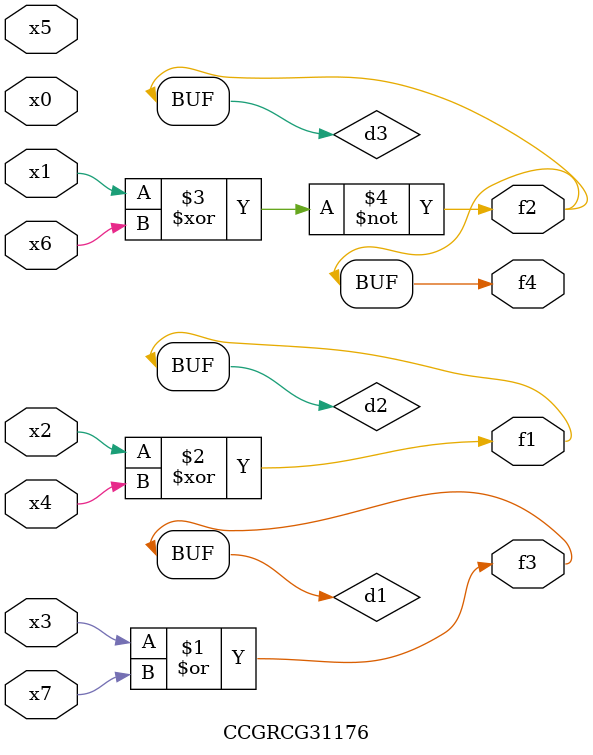
<source format=v>
module CCGRCG31176(
	input x0, x1, x2, x3, x4, x5, x6, x7,
	output f1, f2, f3, f4
);

	wire d1, d2, d3;

	or (d1, x3, x7);
	xor (d2, x2, x4);
	xnor (d3, x1, x6);
	assign f1 = d2;
	assign f2 = d3;
	assign f3 = d1;
	assign f4 = d3;
endmodule

</source>
